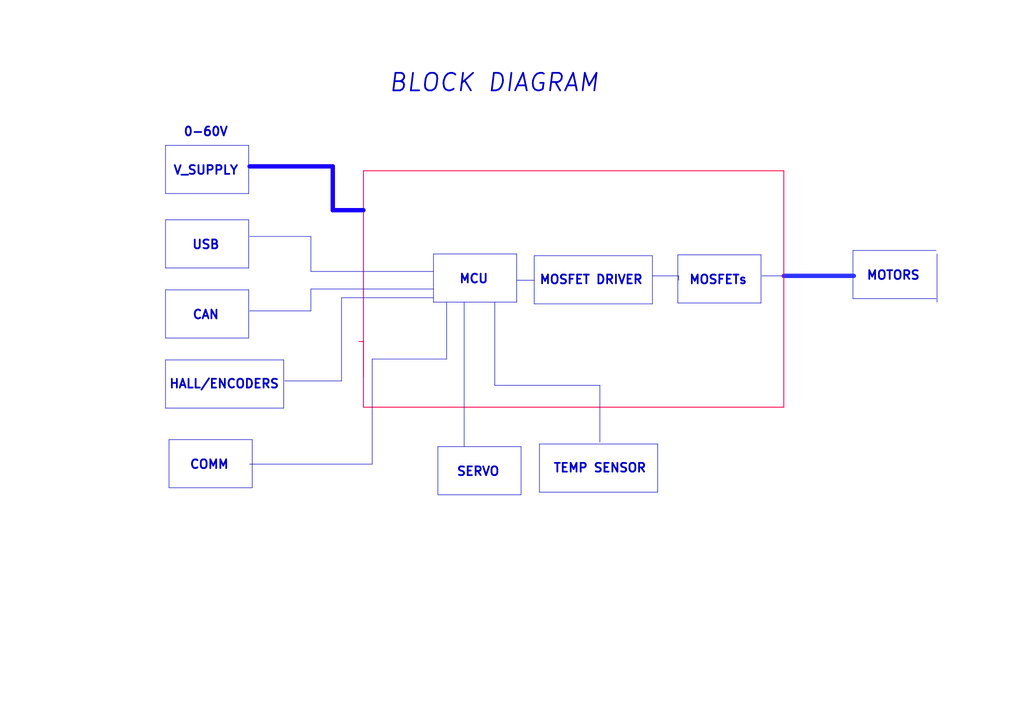
<source format=kicad_sch>
(kicad_sch
	(version 20231120)
	(generator "eeschema")
	(generator_version "8.0")
	(uuid "4b736618-c456-48a5-bf73-7b3f6ab8c472")
	(paper "A4")
	(lib_symbols)
	(polyline
		(pts
			(xy 48.006 63.754) (xy 72.136 63.754)
		)
		(stroke
			(width 0)
			(type default)
		)
		(uuid "01b7277d-b1ee-49f2-abc8-7ac1b7d14cbf")
	)
	(polyline
		(pts
			(xy 72.136 63.754) (xy 72.136 77.724)
		)
		(stroke
			(width 0)
			(type default)
		)
		(uuid "03e6d795-fd84-405f-ad4b-771f2015eedf")
	)
	(polyline
		(pts
			(xy 129.54 104.14) (xy 107.95 104.14)
		)
		(stroke
			(width 0)
			(type default)
		)
		(uuid "043a1bde-4a2b-4412-9b5c-8766c12b04d0")
	)
	(polyline
		(pts
			(xy 189.23 80.01) (xy 196.85 80.01)
		)
		(stroke
			(width 0)
			(type default)
		)
		(uuid "06b0745a-422c-4b59-b6bd-ba7968b165c9")
	)
	(polyline
		(pts
			(xy 125.73 73.66) (xy 125.73 87.63)
		)
		(stroke
			(width 0)
			(type default)
		)
		(uuid "0c381000-c526-4d93-8f6e-2136d67f61f0")
	)
	(polyline
		(pts
			(xy 271.526 86.614) (xy 247.396 86.614)
		)
		(stroke
			(width 0)
			(type default)
		)
		(uuid "0cd75c06-1e99-45de-9a63-edc9a902f84f")
	)
	(polyline
		(pts
			(xy 99.06 86.36) (xy 99.06 110.49)
		)
		(stroke
			(width 0)
			(type default)
		)
		(uuid "0f337d63-9b85-4dcf-a382-4fb86b12033b")
	)
	(polyline
		(pts
			(xy 49.022 127.508) (xy 73.152 127.508)
		)
		(stroke
			(width 0)
			(type default)
		)
		(uuid "113e8447-4b9a-427d-84c5-e2dc828d0316")
	)
	(polyline
		(pts
			(xy 127 129.54) (xy 127 143.51)
		)
		(stroke
			(width 0)
			(type default)
		)
		(uuid "1d4bfbb0-0174-4cbe-8c00-a5371fe07f22")
	)
	(polyline
		(pts
			(xy 127 129.54) (xy 151.13 129.54)
		)
		(stroke
			(width 0)
			(type default)
		)
		(uuid "1eb69b8c-761f-4bba-bb31-11c505554324")
	)
	(polyline
		(pts
			(xy 49.022 127.508) (xy 49.022 141.478)
		)
		(stroke
			(width 0)
			(type default)
		)
		(uuid "1f08773b-a4ac-49d5-b059-fa6ad216e5b5")
	)
	(polyline
		(pts
			(xy 190.754 142.748) (xy 156.464 142.748)
		)
		(stroke
			(width 0)
			(type default)
		)
		(uuid "270873f7-7181-434d-a198-d1061327c402")
	)
	(polyline
		(pts
			(xy 96.52 60.96) (xy 105.41 60.96)
		)
		(stroke
			(width 1.27)
			(type default)
			(color 20 0 255 1)
		)
		(uuid "2b065e77-772b-44d2-8d28-157ffb5f27fc")
	)
	(polyline
		(pts
			(xy 107.95 104.14) (xy 107.95 134.62)
		)
		(stroke
			(width 0)
			(type default)
		)
		(uuid "2c4c5a52-2f16-41c9-8f69-dadaaaa44329")
	)
	(polyline
		(pts
			(xy 156.464 128.778) (xy 190.754 128.778)
		)
		(stroke
			(width 0)
			(type default)
		)
		(uuid "2e4421da-f1af-4c22-ba33-a73aaca6ba3c")
	)
	(polyline
		(pts
			(xy 72.136 98.044) (xy 48.006 98.044)
		)
		(stroke
			(width 0)
			(type default)
		)
		(uuid "31c8520c-c007-40f0-9af3-5b4d66e79131")
	)
	(polyline
		(pts
			(xy 73.152 127.508) (xy 73.152 141.478)
		)
		(stroke
			(width 0)
			(type default)
		)
		(uuid "3398ee1f-b6c5-4dfc-ab62-869dcd0c08ea")
	)
	(polyline
		(pts
			(xy 82.296 118.364) (xy 48.006 118.364)
		)
		(stroke
			(width 0)
			(type default)
		)
		(uuid "3ae060ab-6fcb-42fa-8239-c83d2e1be2fa")
	)
	(polyline
		(pts
			(xy 220.726 87.884) (xy 196.596 87.884)
		)
		(stroke
			(width 0)
			(type default)
		)
		(uuid "3c4fed79-e291-4be7-b6f5-3e5f6f9dd81e")
	)
	(polyline
		(pts
			(xy 48.006 42.164) (xy 72.136 42.164)
		)
		(stroke
			(width 0)
			(type default)
		)
		(uuid "3fb32bc0-cee8-43cd-bdee-6f68e35a8792")
	)
	(polyline
		(pts
			(xy 151.13 129.54) (xy 151.13 143.51)
		)
		(stroke
			(width 0)
			(type default)
		)
		(uuid "43d28512-2a0a-4106-83fb-e14570695936")
	)
	(polyline
		(pts
			(xy 48.006 42.164) (xy 48.006 56.134)
		)
		(stroke
			(width 0)
			(type default)
		)
		(uuid "5422df08-65d3-40a6-8503-928cb1998fd3")
	)
	(polyline
		(pts
			(xy 196.85 80.01) (xy 196.85 81.28)
		)
		(stroke
			(width 0)
			(type default)
		)
		(uuid "54259c3b-cb6a-4dd1-b177-59da8fe494f7")
	)
	(polyline
		(pts
			(xy 90.17 83.82) (xy 125.73 83.82)
		)
		(stroke
			(width 0)
			(type default)
		)
		(uuid "54ab5608-df4f-4eb9-b06b-7a8ad91624c7")
	)
	(polyline
		(pts
			(xy 125.73 73.66) (xy 149.86 73.66)
		)
		(stroke
			(width 0)
			(type default)
		)
		(uuid "54e22908-846a-409b-84fb-6b1f4c165788")
	)
	(polyline
		(pts
			(xy 149.86 87.63) (xy 125.73 87.63)
		)
		(stroke
			(width 0)
			(type default)
		)
		(uuid "564f27d2-5591-4faf-9d6e-b17b98fd9e83")
	)
	(polyline
		(pts
			(xy 227.33 49.53) (xy 227.33 118.11)
		)
		(stroke
			(width 0.254)
			(type default)
			(color 255 0 73 1)
		)
		(uuid "5791b4be-b99b-4e23-b7ff-3a72e15493d5")
	)
	(polyline
		(pts
			(xy 143.51 87.63) (xy 143.51 111.76)
		)
		(stroke
			(width 0)
			(type default)
		)
		(uuid "59e45190-fd0e-4a19-aec9-25eb95e77a0f")
	)
	(polyline
		(pts
			(xy 99.06 86.36) (xy 125.73 86.36)
		)
		(stroke
			(width 0)
			(type default)
		)
		(uuid "5c633e8c-9020-49d3-a34b-7f3a23a345e6")
	)
	(polyline
		(pts
			(xy 48.006 84.074) (xy 48.006 98.044)
		)
		(stroke
			(width 0)
			(type default)
		)
		(uuid "6212f22e-2b64-458d-9ee5-bde1b0880a35")
	)
	(polyline
		(pts
			(xy 134.62 87.63) (xy 134.62 129.54)
		)
		(stroke
			(width 0)
			(type default)
		)
		(uuid "62f294e8-a0ce-4b87-b20c-b7e5643d465f")
	)
	(polyline
		(pts
			(xy 48.006 104.394) (xy 48.006 118.364)
		)
		(stroke
			(width 0)
			(type default)
		)
		(uuid "69f60639-5ecd-4f89-9d2b-7e47edb3c8d1")
	)
	(polyline
		(pts
			(xy 151.13 143.51) (xy 127 143.51)
		)
		(stroke
			(width 0)
			(type default)
		)
		(uuid "6efb5936-f4f1-4545-80cf-af908164518a")
	)
	(polyline
		(pts
			(xy 72.39 48.26) (xy 96.52 48.26)
		)
		(stroke
			(width 1.27)
			(type default)
			(color 20 0 255 1)
		)
		(uuid "712d6ac2-a710-4eb0-8999-5dbc74f27d4a")
	)
	(polyline
		(pts
			(xy 125.73 78.74) (xy 90.17 78.74)
		)
		(stroke
			(width 0)
			(type default)
		)
		(uuid "755f3374-28a0-4a8a-a8ed-e0160beca3b8")
	)
	(polyline
		(pts
			(xy 48.006 63.754) (xy 48.006 77.724)
		)
		(stroke
			(width 0)
			(type default)
		)
		(uuid "780ae257-38cd-4e11-852f-8751b2ef6e42")
	)
	(polyline
		(pts
			(xy 196.596 73.914) (xy 220.726 73.914)
		)
		(stroke
			(width 0)
			(type default)
		)
		(uuid "7e6adb06-e0ec-4801-bb04-6e52d840638a")
	)
	(polyline
		(pts
			(xy 72.136 42.164) (xy 72.136 56.134)
		)
		(stroke
			(width 0)
			(type default)
		)
		(uuid "7ed79707-8b1a-4f2a-8749-4e4b44bfe623")
	)
	(polyline
		(pts
			(xy 48.006 104.394) (xy 82.296 104.394)
		)
		(stroke
			(width 0)
			(type default)
		)
		(uuid "80d7c545-5f29-4441-8a6a-d554b74f46f9")
	)
	(polyline
		(pts
			(xy 73.152 141.478) (xy 49.022 141.478)
		)
		(stroke
			(width 0)
			(type default)
		)
		(uuid "85ef4b50-54d2-481d-867d-c30253f44cae")
	)
	(polyline
		(pts
			(xy 190.754 128.778) (xy 190.754 142.748)
		)
		(stroke
			(width 0)
			(type default)
		)
		(uuid "8d955bc4-861f-4826-802d-e70b526cb6e7")
	)
	(polyline
		(pts
			(xy 220.98 80.01) (xy 227.33 80.01)
		)
		(stroke
			(width 0)
			(type default)
		)
		(uuid "8db18c83-cd7f-4344-8efb-2c04551a4dd5")
	)
	(polyline
		(pts
			(xy 96.52 48.26) (xy 96.52 60.96)
		)
		(stroke
			(width 1.27)
			(type default)
			(color 20 0 255 1)
		)
		(uuid "9532c38b-c0cc-440c-bb69-219616f1a20f")
	)
	(polyline
		(pts
			(xy 247.396 72.644) (xy 271.526 72.644)
		)
		(stroke
			(width 0)
			(type default)
		)
		(uuid "9bb49e9f-dbf5-49e3-b892-259dc6ac2017")
	)
	(polyline
		(pts
			(xy 82.55 110.49) (xy 99.06 110.49)
		)
		(stroke
			(width 0)
			(type default)
		)
		(uuid "9fb65fe4-5ff6-4007-aaa2-e6462e1aed9c")
	)
	(polyline
		(pts
			(xy 72.136 77.724) (xy 48.006 77.724)
		)
		(stroke
			(width 0)
			(type default)
		)
		(uuid "a40483ba-e672-4f4a-83f2-a27229dab461")
	)
	(polyline
		(pts
			(xy 105.41 99.06) (xy 104.14 99.06)
		)
		(stroke
			(width 0.254)
			(type default)
			(color 255 0 73 1)
		)
		(uuid "a420ad21-7abc-45d3-854a-8347f716d012")
	)
	(polyline
		(pts
			(xy 107.95 134.62) (xy 72.39 134.62)
		)
		(stroke
			(width 0)
			(type default)
		)
		(uuid "a4684676-3d9e-4852-b8c0-2835fb2a3fe7")
	)
	(polyline
		(pts
			(xy 189.23 74.168) (xy 189.23 88.138)
		)
		(stroke
			(width 0)
			(type default)
		)
		(uuid "abae8c6e-f8b3-45ea-a896-d9bd6204c557")
	)
	(polyline
		(pts
			(xy 82.296 104.394) (xy 82.296 118.364)
		)
		(stroke
			(width 0)
			(type default)
		)
		(uuid "ac2c098e-7ace-4896-9900-0dda8c744c6d")
	)
	(polyline
		(pts
			(xy 72.39 90.17) (xy 90.17 90.17)
		)
		(stroke
			(width 0)
			(type default)
		)
		(uuid "ad8d1ede-5265-4431-8a44-8a38a75e4a35")
	)
	(polyline
		(pts
			(xy 271.78 73.66) (xy 271.78 87.63)
		)
		(stroke
			(width 0)
			(type default)
		)
		(uuid "b03e401d-fb91-4b55-81da-cc9ffcb21d11")
	)
	(polyline
		(pts
			(xy 227.33 80.01) (xy 247.65 80.01)
		)
		(stroke
			(width 1.27)
			(type default)
			(color 44 50 255 1)
		)
		(uuid "b33dc50d-a988-4b40-a986-4001eef8f2d9")
	)
	(polyline
		(pts
			(xy 90.17 78.74) (xy 90.17 68.58)
		)
		(stroke
			(width 0)
			(type default)
		)
		(uuid "b61fa2d9-da78-438a-ab6b-d1ea39d20f39")
	)
	(polyline
		(pts
			(xy 149.86 81.28) (xy 154.94 81.28)
		)
		(stroke
			(width 0)
			(type default)
		)
		(uuid "b70b89e1-434f-4f61-810e-c5de2c2ef33b")
	)
	(polyline
		(pts
			(xy 48.006 84.074) (xy 72.136 84.074)
		)
		(stroke
			(width 0)
			(type default)
		)
		(uuid "b7b8a29f-8a4b-4ad8-b9dd-aba8733ce7b3")
	)
	(polyline
		(pts
			(xy 105.41 109.22) (xy 105.41 49.53)
		)
		(stroke
			(width 0.254)
			(type default)
			(color 255 0 73 1)
		)
		(uuid "b82ea0ba-d998-4bc3-a1d3-267f2146083c")
	)
	(polyline
		(pts
			(xy 90.17 68.58) (xy 72.39 68.58)
		)
		(stroke
			(width 0)
			(type default)
		)
		(uuid "bc3716b9-c145-4ae4-8568-1dc6c7ac0c29")
	)
	(polyline
		(pts
			(xy 105.41 49.53) (xy 227.33 49.53)
		)
		(stroke
			(width 0.254)
			(type default)
			(color 255 0 73 1)
		)
		(uuid "c5300a78-3ece-4384-aea1-4c85c2c13133")
	)
	(polyline
		(pts
			(xy 154.94 74.168) (xy 154.94 88.138)
		)
		(stroke
			(width 0)
			(type default)
		)
		(uuid "c80369ab-301c-4e90-a941-73aa0cc56231")
	)
	(polyline
		(pts
			(xy 72.136 84.074) (xy 72.136 98.044)
		)
		(stroke
			(width 0)
			(type default)
		)
		(uuid "c94d850e-454f-4850-895b-57e75260dc95")
	)
	(polyline
		(pts
			(xy 90.17 90.17) (xy 90.17 83.82)
		)
		(stroke
			(width 0)
			(type default)
		)
		(uuid "cd98cfa4-952f-41ce-8ffd-c73e95fa873f")
	)
	(polyline
		(pts
			(xy 105.41 118.11) (xy 105.41 99.06)
		)
		(stroke
			(width 0.254)
			(type default)
			(color 255 0 73 1)
		)
		(uuid "cdd4569c-3038-4ef3-9dc0-47400d5ad0a9")
	)
	(polyline
		(pts
			(xy 227.33 118.11) (xy 105.41 118.11)
		)
		(stroke
			(width 0.254)
			(type default)
			(color 255 0 73 1)
		)
		(uuid "d304382f-cff9-4220-acd4-0e81343e0b33")
	)
	(polyline
		(pts
			(xy 189.23 88.138) (xy 154.94 88.138)
		)
		(stroke
			(width 0)
			(type default)
		)
		(uuid "d8656250-8579-49ee-b932-ab8e5f068acc")
	)
	(polyline
		(pts
			(xy 156.464 128.778) (xy 156.464 142.748)
		)
		(stroke
			(width 0)
			(type default)
		)
		(uuid "d8efd4de-f454-4538-a84e-44a6f0df551b")
	)
	(polyline
		(pts
			(xy 129.54 87.63) (xy 129.54 104.14)
		)
		(stroke
			(width 0)
			(type default)
		)
		(uuid "dadb725a-d8bf-4233-9d42-2f8ffd9ab659")
	)
	(polyline
		(pts
			(xy 143.51 111.76) (xy 173.99 111.76)
		)
		(stroke
			(width 0)
			(type default)
		)
		(uuid "db27458a-2933-40bf-aa05-5a8a43e03444")
	)
	(polyline
		(pts
			(xy 220.726 73.914) (xy 220.726 87.884)
		)
		(stroke
			(width 0)
			(type default)
		)
		(uuid "e187815d-3da0-4433-9bd6-e294f728b765")
	)
	(polyline
		(pts
			(xy 72.136 56.134) (xy 48.006 56.134)
		)
		(stroke
			(width 0)
			(type default)
		)
		(uuid "e34e9acd-f09d-4558-912a-e9969768292b")
	)
	(polyline
		(pts
			(xy 247.396 72.644) (xy 247.396 86.614)
		)
		(stroke
			(width 0)
			(type default)
		)
		(uuid "eec4039a-8157-4ba8-b424-824d7d7679ca")
	)
	(polyline
		(pts
			(xy 149.86 73.66) (xy 149.86 87.63)
		)
		(stroke
			(width 0)
			(type default)
		)
		(uuid "f5a4a23a-e07d-4221-97f9-7b4a31ce7694")
	)
	(polyline
		(pts
			(xy 196.596 73.914) (xy 196.596 87.884)
		)
		(stroke
			(width 0)
			(type default)
		)
		(uuid "fb4e0f16-71c9-41cf-a8d8-ce4534f5c95d")
	)
	(polyline
		(pts
			(xy 173.99 111.76) (xy 173.99 128.27)
		)
		(stroke
			(width 0)
			(type default)
		)
		(uuid "fbd15bc4-f6b7-4ae3-923f-69ba6295a2b0")
	)
	(polyline
		(pts
			(xy 154.94 74.168) (xy 189.23 74.168)
		)
		(stroke
			(width 0)
			(type default)
		)
		(uuid "fd600feb-a3d9-490c-b61a-58e398856345")
	)
	(text "HALL/ENCODERS\n"
		(exclude_from_sim no)
		(at 65.024 111.506 0)
		(effects
			(font
				(size 2.54 2.54)
				(bold yes)
			)
		)
		(uuid "0087f29a-44f1-45e2-84b2-bc082dd2479e")
	)
	(text "SERVO\n"
		(exclude_from_sim no)
		(at 138.684 136.906 0)
		(effects
			(font
				(size 2.54 2.54)
				(bold yes)
			)
		)
		(uuid "1bec127f-c37c-4ff1-82c3-7019286f8654")
	)
	(text "MCU\n"
		(exclude_from_sim no)
		(at 137.414 81.026 0)
		(effects
			(font
				(size 2.54 2.54)
				(bold yes)
			)
		)
		(uuid "2c33e8e7-c839-49d2-818e-a0f85fc7c662")
	)
	(text "MOTORS\n"
		(exclude_from_sim no)
		(at 259.08 80.01 0)
		(effects
			(font
				(size 2.54 2.54)
				(bold yes)
			)
		)
		(uuid "394dbc4b-86fb-4839-983e-3f8e363b2f54")
	)
	(text "MOSFET DRIVER\n"
		(exclude_from_sim no)
		(at 171.45 81.28 0)
		(effects
			(font
				(size 2.54 2.54)
				(bold yes)
			)
		)
		(uuid "5f769aca-70b9-433d-bc65-b533cb2d21b8")
	)
	(text "V_SUPPLY"
		(exclude_from_sim no)
		(at 59.69 49.53 0)
		(effects
			(font
				(size 2.54 2.54)
				(bold yes)
			)
		)
		(uuid "71000463-4842-4c82-a951-dffe7bd72bfa")
	)
	(text "MOSFETs\n"
		(exclude_from_sim no)
		(at 208.28 81.28 0)
		(effects
			(font
				(size 2.54 2.54)
				(bold yes)
			)
		)
		(uuid "7cec925b-f58c-423d-8e60-a30117a38c71")
	)
	(text "COMM"
		(exclude_from_sim no)
		(at 60.706 134.874 0)
		(effects
			(font
				(size 2.54 2.54)
				(bold yes)
			)
		)
		(uuid "8b0209e0-145a-4fa0-ac4b-7522b17fff5e")
	)
	(text "CAN"
		(exclude_from_sim no)
		(at 59.69 91.44 0)
		(effects
			(font
				(size 2.54 2.54)
				(bold yes)
			)
		)
		(uuid "d7b58a55-1a1a-4379-8a80-191d0aa4befa")
	)
	(text "BLOCK DIAGRAM"
		(exclude_from_sim no)
		(at 143.256 24.13 0)
		(effects
			(font
				(size 5.08 5.08)
				(thickness 0.508)
				(bold yes)
				(italic yes)
			)
		)
		(uuid "e4fd55b5-79c1-43b6-98cc-ea877b1ac336")
	)
	(text "0-60V"
		(exclude_from_sim no)
		(at 59.69 38.354 0)
		(effects
			(font
				(size 2.54 2.54)
				(bold yes)
			)
		)
		(uuid "f87f8f5f-dc22-4257-aa7d-5d4593a9a600")
	)
	(text "TEMP SENSOR"
		(exclude_from_sim no)
		(at 173.99 135.89 0)
		(effects
			(font
				(size 2.54 2.54)
				(bold yes)
			)
		)
		(uuid "fda3a5aa-5cd8-40b4-98ed-4f72baacc326")
	)
	(text "USB\n"
		(exclude_from_sim no)
		(at 59.69 71.12 0)
		(effects
			(font
				(size 2.54 2.54)
				(bold yes)
			)
		)
		(uuid "ff9d11f9-9ebc-43f2-bda8-e3f9a98d402d")
	)
)

</source>
